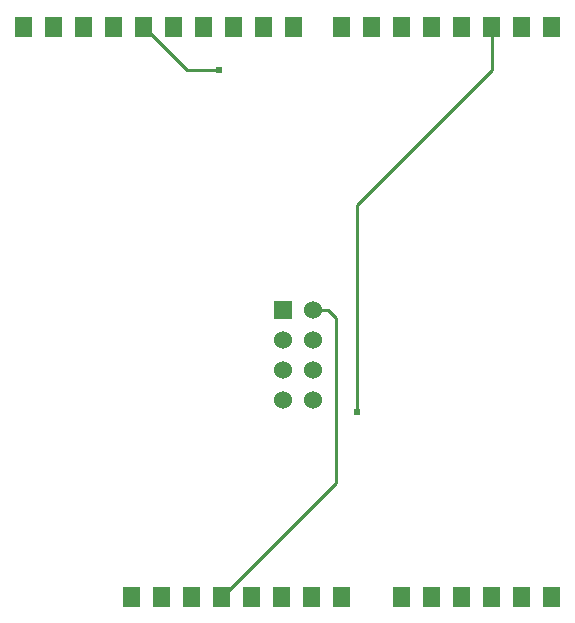
<source format=gbl>
G04 Layer: BottomLayer*
G04 EasyEDA v6.1.34, Thu, 02 May 2019 10:16:14 GMT*
G04 2a2a60af2dac4d11b907a52f5f3e14da,88f35c52922c4fbc8d6ac25f651a04fd,10*
G04 Gerber Generator version 0.2*
G04 Scale: 100 percent, Rotated: No, Reflected: No *
G04 Dimensions in millimeters *
G04 leading zeros omitted , absolute positions ,3 integer and 3 decimal *
%FSLAX33Y33*%
%MOMM*%
G90*
G71D02*

%ADD10C,0.254000*%
%ADD11C,0.609600*%
%ADD15R,1.524000X1.524000*%
%ADD16C,1.524000*%

%LPD*%
G54D10*
G01X35560Y2540D02*
G01X45212Y12192D01*
G01X45212Y26162D01*
G01X44577Y26797D01*
G01X43307Y26797D01*
G01X35306Y47117D02*
G01X32638Y47117D01*
G01X28956Y50799D01*
G01X58420Y50799D02*
G01X58420Y47117D01*
G01X46990Y35687D01*
G01X46990Y18161D01*
G36*
G01X42367Y51653D02*
G01X42367Y49946D01*
G01X40944Y49946D01*
G01X40944Y51653D01*
G01X42367Y51653D01*
G37*
G36*
G01X39827Y51653D02*
G01X39827Y49946D01*
G01X38404Y49946D01*
G01X38404Y51653D01*
G01X39827Y51653D01*
G37*
G36*
G01X37287Y51653D02*
G01X37287Y49946D01*
G01X35864Y49946D01*
G01X35864Y51653D01*
G01X37287Y51653D01*
G37*
G36*
G01X34747Y51653D02*
G01X34747Y49946D01*
G01X33324Y49946D01*
G01X33324Y51653D01*
G01X34747Y51653D01*
G37*
G36*
G01X32207Y51653D02*
G01X32207Y49946D01*
G01X30784Y49946D01*
G01X30784Y51653D01*
G01X32207Y51653D01*
G37*
G36*
G01X29667Y51653D02*
G01X29667Y49946D01*
G01X28244Y49946D01*
G01X28244Y51653D01*
G01X29667Y51653D01*
G37*
G36*
G01X27127Y51653D02*
G01X27127Y49946D01*
G01X25704Y49946D01*
G01X25704Y51653D01*
G01X27127Y51653D01*
G37*
G36*
G01X24587Y51653D02*
G01X24587Y49946D01*
G01X23164Y49946D01*
G01X23164Y51653D01*
G01X24587Y51653D01*
G37*
G36*
G01X22047Y51653D02*
G01X22047Y49946D01*
G01X20624Y49946D01*
G01X20624Y51653D01*
G01X22047Y51653D01*
G37*
G36*
G01X19507Y51653D02*
G01X19507Y49946D01*
G01X18084Y49946D01*
G01X18084Y51653D01*
G01X19507Y51653D01*
G37*
G36*
G01X64210Y51653D02*
G01X64210Y49946D01*
G01X62788Y49946D01*
G01X62788Y51653D01*
G01X64210Y51653D01*
G37*
G36*
G01X61670Y51653D02*
G01X61670Y49946D01*
G01X60248Y49946D01*
G01X60248Y51653D01*
G01X61670Y51653D01*
G37*
G36*
G01X59130Y51653D02*
G01X59130Y49946D01*
G01X57708Y49946D01*
G01X57708Y51653D01*
G01X59130Y51653D01*
G37*
G36*
G01X56590Y51653D02*
G01X56590Y49946D01*
G01X55168Y49946D01*
G01X55168Y51653D01*
G01X56590Y51653D01*
G37*
G36*
G01X54050Y51653D02*
G01X54050Y49946D01*
G01X52628Y49946D01*
G01X52628Y51653D01*
G01X54050Y51653D01*
G37*
G36*
G01X51511Y51653D02*
G01X51511Y49946D01*
G01X50088Y49946D01*
G01X50088Y51653D01*
G01X51511Y51653D01*
G37*
G36*
G01X48971Y51653D02*
G01X48971Y49946D01*
G01X47548Y49946D01*
G01X47548Y51653D01*
G01X48971Y51653D01*
G37*
G36*
G01X46431Y51653D02*
G01X46431Y49946D01*
G01X45008Y49946D01*
G01X45008Y51653D01*
G01X46431Y51653D01*
G37*
G36*
G01X50088Y1686D02*
G01X50088Y3393D01*
G01X51511Y3393D01*
G01X51511Y1686D01*
G01X50088Y1686D01*
G37*
G36*
G01X52628Y1686D02*
G01X52628Y3393D01*
G01X54051Y3393D01*
G01X54051Y1686D01*
G01X52628Y1686D01*
G37*
G36*
G01X55168Y1686D02*
G01X55168Y3393D01*
G01X56591Y3393D01*
G01X56591Y1686D01*
G01X55168Y1686D01*
G37*
G36*
G01X57708Y1686D02*
G01X57708Y3393D01*
G01X59131Y3393D01*
G01X59131Y1686D01*
G01X57708Y1686D01*
G37*
G36*
G01X60248Y1686D02*
G01X60248Y3393D01*
G01X61671Y3393D01*
G01X61671Y1686D01*
G01X60248Y1686D01*
G37*
G36*
G01X62788Y1686D02*
G01X62788Y3393D01*
G01X64211Y3393D01*
G01X64211Y1686D01*
G01X62788Y1686D01*
G37*
G36*
G01X27228Y1686D02*
G01X27228Y3393D01*
G01X28651Y3393D01*
G01X28651Y1686D01*
G01X27228Y1686D01*
G37*
G36*
G01X29768Y1686D02*
G01X29768Y3393D01*
G01X31191Y3393D01*
G01X31191Y1686D01*
G01X29768Y1686D01*
G37*
G36*
G01X32308Y1686D02*
G01X32308Y3393D01*
G01X33731Y3393D01*
G01X33731Y1686D01*
G01X32308Y1686D01*
G37*
G36*
G01X34848Y1686D02*
G01X34848Y3393D01*
G01X36271Y3393D01*
G01X36271Y1686D01*
G01X34848Y1686D01*
G37*
G36*
G01X37388Y1686D02*
G01X37388Y3393D01*
G01X38811Y3393D01*
G01X38811Y1686D01*
G01X37388Y1686D01*
G37*
G36*
G01X39928Y1686D02*
G01X39928Y3393D01*
G01X41351Y3393D01*
G01X41351Y1686D01*
G01X39928Y1686D01*
G37*
G36*
G01X42468Y1686D02*
G01X42468Y3393D01*
G01X43891Y3393D01*
G01X43891Y1686D01*
G01X42468Y1686D01*
G37*
G36*
G01X45008Y1686D02*
G01X45008Y3393D01*
G01X46431Y3393D01*
G01X46431Y1686D01*
G01X45008Y1686D01*
G37*
G54D15*
G01X40767Y26797D03*
G54D16*
G01X43307Y26797D03*
G01X40767Y24257D03*
G01X43307Y24257D03*
G01X40767Y21717D03*
G01X43307Y21717D03*
G01X40767Y19177D03*
G01X43307Y19177D03*
G54D11*
G01X35306Y47117D03*
G01X46990Y18161D03*
M00*
M02*

</source>
